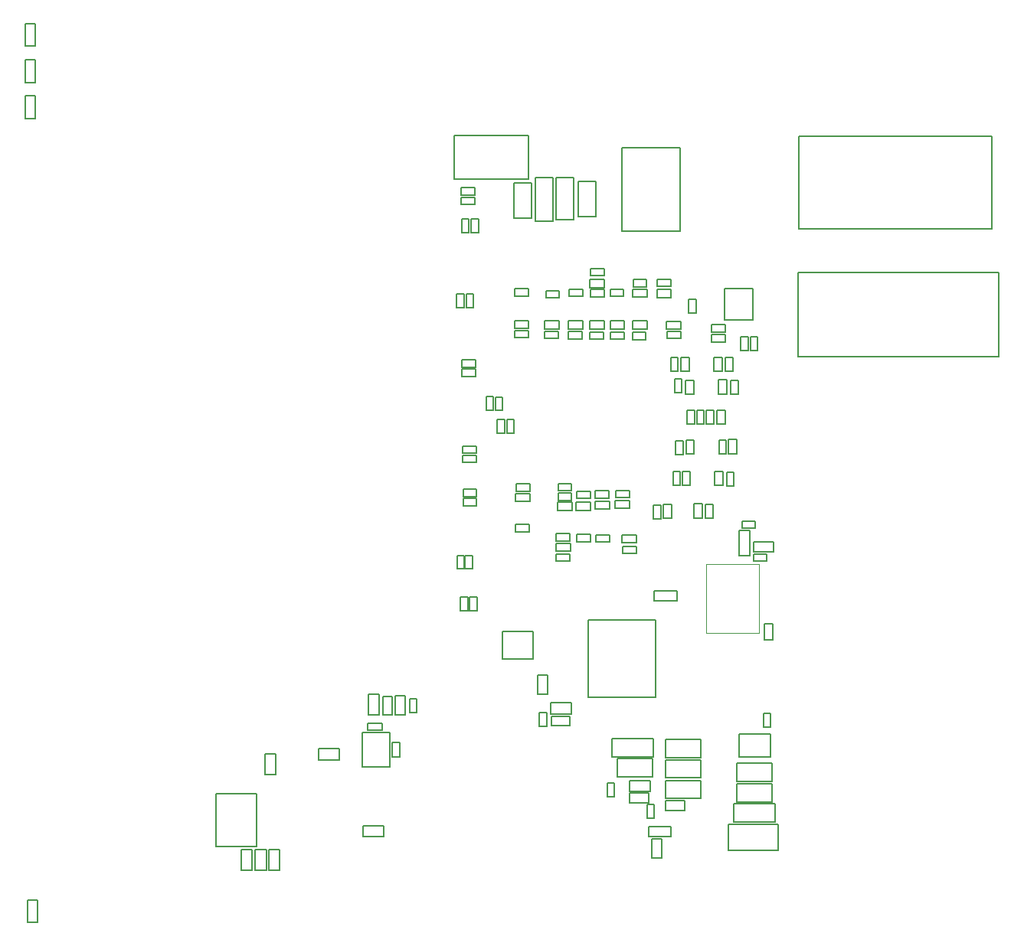
<source format=gbr>
G04*
G04 #@! TF.GenerationSoftware,Altium Limited,Altium Designer,23.7.1 (13)*
G04*
G04 Layer_Color=32768*
%FSLAX25Y25*%
%MOIN*%
G70*
G04*
G04 #@! TF.SameCoordinates,E44608C4-6370-4D0E-AFC6-BBC59DA78F3B*
G04*
G04*
G04 #@! TF.FilePolarity,Positive*
G04*
G01*
G75*
%ADD12C,0.00787*%
%ADD17C,0.00394*%
D12*
X299606Y-256268D02*
Y-249290D01*
X296171Y-256268D02*
X299606D01*
X296171D02*
Y-249290D01*
X299606D01*
X75217Y-346088D02*
Y-323099D01*
X57446Y-346088D02*
X75217D01*
X57446D02*
Y-323099D01*
X75217D01*
X310630Y-96267D02*
X398031D01*
Y-132881D02*
Y-96267D01*
X310630Y-132881D02*
X398031D01*
X310630D02*
Y-96267D01*
X164650Y-174921D02*
Y-171771D01*
Y-174921D02*
X170604D01*
Y-171771D01*
X164650D02*
X170604D01*
X164623Y-179023D02*
Y-175874D01*
Y-179023D02*
X170576D01*
Y-175874D01*
X164623D02*
X170576D01*
X164918Y-193805D02*
Y-190655D01*
Y-193805D02*
X170871D01*
Y-190655D01*
X164918D02*
X170871D01*
X164918Y-197773D02*
Y-194623D01*
Y-197773D02*
X170871D01*
Y-194623D01*
X164918D02*
X170871D01*
X162239Y-225319D02*
X165389D01*
Y-219366D01*
X162239D02*
X165389D01*
X162239Y-225319D02*
Y-219366D01*
X165889Y-225319D02*
X169039D01*
Y-219366D01*
X165889D02*
X169039D01*
X165889Y-225319D02*
Y-219366D01*
X163859Y-243483D02*
X167009D01*
Y-237529D01*
X163859D02*
X167009D01*
X163859Y-243483D02*
Y-237529D01*
X167757Y-243483D02*
X170906D01*
Y-237529D01*
X167757D02*
X170906D01*
X167757Y-243483D02*
Y-237529D01*
X164163Y-62402D02*
Y-59252D01*
Y-62402D02*
X170116D01*
Y-59252D01*
X164163D02*
X170116D01*
X164163Y-66565D02*
Y-63415D01*
Y-66565D02*
X170116D01*
Y-63415D01*
X164163D02*
X170116D01*
X164364Y-78922D02*
X167514D01*
Y-72968D01*
X164364D02*
X167514D01*
X164364Y-78922D02*
Y-72968D01*
X168443Y-78947D02*
X171593D01*
Y-72994D01*
X168443D02*
X171593D01*
X168443Y-78947D02*
Y-72994D01*
X162137Y-111441D02*
X165287D01*
Y-105488D01*
X162137D02*
X165287D01*
X162137Y-111441D02*
Y-105488D01*
X166249Y-111412D02*
X169398D01*
Y-105459D01*
X166249D02*
X169398D01*
X166249Y-111412D02*
Y-105459D01*
X164399Y-137395D02*
Y-134246D01*
Y-137395D02*
X170352D01*
Y-134246D01*
X164399D02*
X170352D01*
X164456Y-141404D02*
Y-138254D01*
Y-141404D02*
X170409D01*
Y-138254D01*
X164456D02*
X170409D01*
X204152Y-74016D02*
Y-54921D01*
X196278Y-74016D02*
X204152D01*
X196278D02*
Y-54921D01*
X204152D01*
X311076Y-77248D02*
Y-36961D01*
X395176D01*
Y-77248D02*
Y-36961D01*
X311076Y-77248D02*
X395176D01*
X289134Y-130272D02*
Y-124071D01*
X285591Y-130272D02*
X289134D01*
X285591D02*
Y-124071D01*
X289134D01*
X293224Y-130148D02*
Y-124195D01*
X290075Y-130148D02*
X293224D01*
X290075D02*
Y-124195D01*
X293224D01*
X252951Y-317402D02*
X268330D01*
Y-325276D02*
Y-317402D01*
X252951Y-325276D02*
X268330D01*
X252951D02*
Y-317402D01*
X253068Y-308415D02*
X268447D01*
Y-316289D02*
Y-308415D01*
X253068Y-316289D02*
X268447D01*
X253068D02*
Y-308415D01*
Y-299599D02*
X268447D01*
Y-307473D02*
Y-299599D01*
X253068Y-307473D02*
X268447D01*
X253068D02*
Y-299599D01*
X237458Y-327228D02*
X245618D01*
X237458D02*
Y-323006D01*
X245618D01*
Y-327228D02*
Y-323006D01*
X237487Y-322276D02*
X246542D01*
X237487D02*
Y-317552D01*
X246542D01*
Y-322276D02*
Y-317552D01*
X248116Y-333952D02*
Y-327999D01*
X244967Y-333952D02*
X248116D01*
X244967D02*
Y-327999D01*
X248116D01*
X219392Y-281275D02*
Y-247417D01*
Y-281275D02*
X248723D01*
Y-247417D01*
X219392D02*
X248723D01*
X161004Y-55512D02*
Y-36614D01*
Y-55512D02*
X193327D01*
Y-36614D01*
X161004D02*
X193327D01*
X205238Y-55020D02*
X213111D01*
X205238Y-73130D02*
Y-55020D01*
Y-73130D02*
X213111D01*
Y-55020D01*
X187008Y-57153D02*
X194882D01*
X187008Y-72532D02*
Y-57153D01*
Y-72532D02*
X194882D01*
Y-57153D01*
X234232Y-41831D02*
X259508D01*
X234232Y-78051D02*
Y-41831D01*
Y-78051D02*
X259508D01*
Y-41831D01*
X214927Y-56385D02*
X222801D01*
X214927Y-71764D02*
Y-56385D01*
Y-71764D02*
X222801D01*
Y-56385D01*
X121356Y-341992D02*
Y-337268D01*
Y-341992D02*
X130436D01*
Y-337268D01*
X121356D02*
X130436D01*
X247379Y-315858D02*
Y-307984D01*
X232000D02*
X247379D01*
X232000Y-315858D02*
Y-307984D01*
Y-315858D02*
X247379D01*
X295622Y-288078D02*
X298772D01*
X295622Y-294032D02*
Y-288078D01*
Y-294032D02*
X298772D01*
Y-288078D01*
X141707Y-281985D02*
X144857D01*
X141707Y-287939D02*
Y-281985D01*
Y-287939D02*
X144857D01*
Y-281985D01*
X135536Y-280587D02*
X139759D01*
X135536Y-288746D02*
Y-280587D01*
Y-288746D02*
X139759D01*
Y-280587D01*
X129951Y-280692D02*
X134173D01*
X129951Y-288851D02*
Y-280692D01*
Y-288851D02*
X134173D01*
Y-280692D01*
X123691Y-279736D02*
X128415D01*
X123691Y-288791D02*
Y-279736D01*
Y-288791D02*
X128415D01*
Y-279736D01*
X257989Y-239088D02*
Y-234757D01*
X248147D02*
X257989D01*
X248147Y-239088D02*
Y-234757D01*
Y-239088D02*
X257989D01*
X198093Y-287771D02*
X201242D01*
X198093Y-293725D02*
Y-287771D01*
Y-293725D02*
X201242D01*
Y-287771D01*
X203374Y-293615D02*
Y-289393D01*
Y-293615D02*
X211533D01*
Y-289393D01*
X203374D02*
X211533D01*
X197556Y-279768D02*
X201779D01*
Y-271609D01*
X197556D02*
X201779D01*
X197556Y-279768D02*
Y-271609D01*
X203090Y-288415D02*
Y-283690D01*
Y-288415D02*
X212145D01*
Y-283690D01*
X203090D02*
X212145D01*
X247798Y-307180D02*
Y-299306D01*
X229688D02*
X247798D01*
X229688Y-307180D02*
Y-299306D01*
Y-307180D02*
X247798D01*
X253194Y-330509D02*
Y-326287D01*
Y-330509D02*
X261353D01*
Y-326287D01*
X253194D02*
X261353D01*
X302015Y-347957D02*
Y-336515D01*
X280336D02*
X302015D01*
X280336Y-347957D02*
Y-336515D01*
Y-347957D02*
X302015D01*
X299554Y-317827D02*
Y-309953D01*
X284175D02*
X299554D01*
X284175Y-317827D02*
Y-309953D01*
Y-317827D02*
X299554D01*
X299510Y-326882D02*
Y-319008D01*
X284132D02*
X299510D01*
X284132Y-326882D02*
Y-319008D01*
Y-326882D02*
X299510D01*
X300876Y-335543D02*
Y-327669D01*
X282766D02*
X300876D01*
X282766Y-335543D02*
Y-327669D01*
Y-335543D02*
X300876D01*
X245722Y-341731D02*
Y-337400D01*
Y-341731D02*
X255564D01*
Y-337400D01*
X245722D02*
X255564D01*
X247230Y-351073D02*
X251452D01*
Y-342913D01*
X247230D02*
X251452D01*
X247230Y-351073D02*
Y-342913D01*
X284975Y-307180D02*
X298754D01*
Y-297338D01*
X284975D02*
X298754D01*
X284975Y-307180D02*
Y-297338D01*
X276388Y-169122D02*
X279538D01*
X276388Y-175076D02*
Y-169122D01*
Y-175076D02*
X279538D01*
Y-169122D01*
X280469Y-168999D02*
X284013D01*
X280469Y-175199D02*
Y-168999D01*
Y-175199D02*
X284013D01*
Y-168999D01*
X257555Y-169457D02*
X260704D01*
X257555Y-175410D02*
Y-169457D01*
Y-175410D02*
X260704D01*
Y-169457D01*
X261992Y-169128D02*
X265535D01*
X261992Y-175328D02*
Y-169128D01*
Y-175328D02*
X265535D01*
Y-169128D01*
X184055Y-160311D02*
X187205D01*
X184055Y-166264D02*
Y-160311D01*
Y-166264D02*
X187205D01*
Y-160311D01*
X179055Y-156344D02*
X182204D01*
Y-150391D01*
X179055D02*
X182204D01*
X179055Y-156344D02*
Y-150391D01*
X174916Y-156205D02*
X178066D01*
Y-150252D01*
X174916D02*
X178066D01*
X174916Y-156205D02*
Y-150252D01*
X179603Y-160103D02*
X183146D01*
X179603Y-166304D02*
Y-160103D01*
Y-166304D02*
X183146D01*
Y-160103D01*
X226016Y-125208D02*
Y-122058D01*
X220063D02*
X226016D01*
X220063Y-125208D02*
Y-122058D01*
Y-125208D02*
X226016D01*
X226277Y-120823D02*
Y-117280D01*
X220076D02*
X226277D01*
X220076Y-120823D02*
Y-117280D01*
Y-120823D02*
X226277D01*
X212201Y-191202D02*
Y-188052D01*
X206248D02*
X212201D01*
X206248Y-191202D02*
Y-188052D01*
Y-191202D02*
X212201D01*
X212223Y-195380D02*
Y-192230D01*
X206270D02*
X212223D01*
X206270Y-195380D02*
Y-192230D01*
Y-195380D02*
X212223D01*
X212239Y-199716D02*
Y-196173D01*
X206038D02*
X212239D01*
X206038Y-199716D02*
Y-196173D01*
Y-199716D02*
X212239D01*
X226365Y-106805D02*
Y-103655D01*
X220411D02*
X226365D01*
X220411Y-106805D02*
Y-103655D01*
Y-106805D02*
X226365D01*
X226262Y-97529D02*
Y-94379D01*
X220309D02*
X226262D01*
X220309Y-97529D02*
Y-94379D01*
Y-97529D02*
X226262D01*
X226386Y-102791D02*
Y-99247D01*
X220185D02*
X226386D01*
X220185Y-102791D02*
Y-99247D01*
Y-102791D02*
X226386D01*
X211496Y-221984D02*
Y-218835D01*
X205543D02*
X211496D01*
X205543Y-221984D02*
Y-218835D01*
Y-221984D02*
X211496D01*
X211769Y-217629D02*
Y-214085D01*
X205568D02*
X211769D01*
X205568Y-217629D02*
Y-214085D01*
Y-217629D02*
X211769D01*
X211496Y-213103D02*
Y-209954D01*
X205543D02*
X211496D01*
X205543Y-213103D02*
Y-209954D01*
Y-213103D02*
X211496D01*
X279634Y-183107D02*
X282784D01*
X279634Y-189061D02*
Y-183107D01*
Y-189061D02*
X282784D01*
Y-183107D01*
X274566Y-182736D02*
X278109D01*
X274566Y-188937D02*
Y-182736D01*
Y-188937D02*
X278109D01*
Y-182736D01*
X220287Y-194672D02*
Y-191523D01*
X214334D02*
X220287D01*
X214334Y-194672D02*
Y-191523D01*
Y-194672D02*
X220287D01*
X220283Y-199716D02*
Y-196173D01*
X214082D02*
X220283D01*
X214082Y-199716D02*
Y-196173D01*
Y-199716D02*
X220283D01*
X256292Y-182860D02*
X259441D01*
X256292Y-188813D02*
Y-182860D01*
Y-188813D02*
X259441D01*
Y-182860D01*
X260354Y-182736D02*
X263897D01*
X260354Y-188937D02*
Y-182736D01*
Y-188937D02*
X263897D01*
Y-182736D01*
X220338Y-213497D02*
Y-210348D01*
X214385D02*
X220338D01*
X214385Y-213497D02*
Y-210348D01*
Y-213497D02*
X220338D01*
X262528Y-156289D02*
X265678D01*
X262528Y-162242D02*
Y-156289D01*
Y-162242D02*
X265678D01*
Y-156289D01*
X266653Y-156345D02*
X269803D01*
X266653Y-162299D02*
Y-156345D01*
Y-162299D02*
X269803D01*
Y-156345D01*
X270801Y-156245D02*
X273951D01*
X270801Y-162198D02*
Y-156245D01*
Y-162198D02*
X273951D01*
Y-156245D01*
X275550Y-156121D02*
X279093D01*
X275550Y-162322D02*
Y-156121D01*
Y-162322D02*
X279093D01*
Y-156121D01*
X210713Y-125090D02*
Y-121940D01*
Y-125090D02*
X216667D01*
Y-121940D01*
X210713D02*
X216667D01*
X210711Y-120823D02*
Y-117280D01*
Y-120823D02*
X216912D01*
Y-117280D01*
X210711D02*
X216912D01*
X211113Y-106652D02*
Y-103502D01*
Y-106652D02*
X217067D01*
Y-103502D01*
X211113D02*
X217067D01*
X229093Y-125208D02*
Y-122058D01*
Y-125208D02*
X235046D01*
Y-122058D01*
X229093D02*
X235046D01*
X228969Y-120867D02*
Y-117324D01*
Y-120867D02*
X235170D01*
Y-117324D01*
X228969D02*
X235170D01*
X228944Y-106608D02*
Y-103459D01*
Y-106608D02*
X234897D01*
Y-103459D01*
X228944D02*
X234897D01*
X270538Y-197183D02*
X273687D01*
X270538Y-203136D02*
Y-197183D01*
Y-203136D02*
X273687D01*
Y-197183D01*
X265517Y-196888D02*
X269060D01*
X265517Y-203089D02*
Y-196888D01*
Y-203089D02*
X269060D01*
Y-196888D01*
X247899Y-197435D02*
X251048D01*
X247899Y-203389D02*
Y-197435D01*
Y-203389D02*
X251048D01*
Y-197435D01*
X252088Y-197141D02*
X255631D01*
X252088Y-203342D02*
Y-197141D01*
Y-203342D02*
X255631D01*
Y-197141D01*
X244858Y-102423D02*
Y-99273D01*
X238905D02*
X244858D01*
X238905Y-102423D02*
Y-99273D01*
Y-102423D02*
X244858D01*
X244982Y-107002D02*
Y-103458D01*
X238781D02*
X244982D01*
X238781Y-107002D02*
Y-103458D01*
Y-107002D02*
X244982D01*
X244563Y-125488D02*
Y-122338D01*
X238609D02*
X244563D01*
X238609Y-125488D02*
Y-122338D01*
Y-125488D02*
X244563D01*
X244982Y-120867D02*
Y-117324D01*
X238781D02*
X244982D01*
X238781Y-120867D02*
Y-117324D01*
Y-120867D02*
X244982D01*
X228472Y-194368D02*
Y-191218D01*
X222519D02*
X228472D01*
X222519Y-194368D02*
Y-191218D01*
Y-194368D02*
X228472D01*
X228622Y-199298D02*
Y-195755D01*
X222421D02*
X228622D01*
X222421Y-199298D02*
Y-195755D01*
Y-199298D02*
X228622D01*
X228710Y-213541D02*
Y-210391D01*
X222757D02*
X228710D01*
X222757Y-213541D02*
Y-210391D01*
Y-213541D02*
X228710D01*
X193972Y-191363D02*
Y-188214D01*
X188018D02*
X193972D01*
X188018Y-191363D02*
Y-188214D01*
Y-191363D02*
X193972D01*
X194045Y-195991D02*
Y-192447D01*
X187845D02*
X194045D01*
X187845Y-195991D02*
Y-192447D01*
Y-195991D02*
X194045D01*
X193752Y-209136D02*
Y-205987D01*
X187799D02*
X193752D01*
X187799Y-209136D02*
Y-205987D01*
Y-209136D02*
X193752D01*
X234327Y-218670D02*
Y-215520D01*
Y-218670D02*
X240281D01*
Y-215520D01*
X234327D02*
X240281D01*
X234204Y-214012D02*
Y-210468D01*
Y-214012D02*
X240404D01*
Y-210468D01*
X234204D02*
X240404D01*
X237304Y-194179D02*
Y-191029D01*
X231351D02*
X237304D01*
X231351Y-194179D02*
Y-191029D01*
Y-194179D02*
X237304D01*
Y-198979D02*
Y-195436D01*
X231103D02*
X237304D01*
X231103Y-198979D02*
Y-195436D01*
Y-198979D02*
X237304D01*
X255397Y-102304D02*
Y-99155D01*
X249444D02*
X255397D01*
X249444Y-102304D02*
Y-99155D01*
Y-102304D02*
X255397D01*
X255545Y-107053D02*
Y-103509D01*
X249344D02*
X255545D01*
X249344Y-107053D02*
Y-103509D01*
Y-107053D02*
X255545D01*
X253648Y-125005D02*
Y-121855D01*
Y-125005D02*
X259601D01*
Y-121855D01*
X253648D02*
X259601D01*
X253445Y-120962D02*
Y-117418D01*
Y-120962D02*
X259646D01*
Y-117418D01*
X253445D02*
X259646D01*
X206520Y-124892D02*
Y-121742D01*
X200566D02*
X206520D01*
X200566Y-124892D02*
Y-121742D01*
Y-124892D02*
X206520D01*
X206696Y-120780D02*
Y-117236D01*
X200495D02*
X206696D01*
X200495Y-120780D02*
Y-117236D01*
Y-120780D02*
X206696D01*
X206895Y-107217D02*
Y-104067D01*
X200942D02*
X206895D01*
X200942Y-107217D02*
Y-104067D01*
Y-107217D02*
X206895D01*
X279111Y-139194D02*
X282261D01*
Y-133240D01*
X279111D02*
X282261D01*
X279111Y-139194D02*
Y-133240D01*
X274143Y-139317D02*
X277686D01*
Y-133117D01*
X274143D02*
X277686D01*
X274143Y-139317D02*
Y-133117D01*
X263214Y-107882D02*
X266363D01*
X263214Y-113835D02*
Y-107882D01*
Y-113835D02*
X266363D01*
Y-107882D01*
X278829Y-116817D02*
X291033D01*
Y-103234D01*
X278829D02*
X291033D01*
X278829Y-116817D02*
Y-103234D01*
X193392Y-124594D02*
Y-121444D01*
X187439D02*
X193392D01*
X187439Y-124594D02*
Y-121444D01*
Y-124594D02*
X193392D01*
X193516Y-120580D02*
Y-117037D01*
X187315D02*
X193516D01*
X187315Y-120580D02*
Y-117037D01*
Y-120580D02*
X193516D01*
X255244Y-139125D02*
X258393D01*
Y-133172D01*
X255244D02*
X258393D01*
X255244Y-139125D02*
Y-133172D01*
X259837Y-139249D02*
X263381D01*
Y-133048D01*
X259837D02*
X263381D01*
X259837Y-139249D02*
Y-133048D01*
X193392Y-106394D02*
Y-103244D01*
X187439D02*
X193392D01*
X187439Y-106394D02*
Y-103244D01*
Y-106394D02*
X193392D01*
X279188Y-122108D02*
Y-118958D01*
X273235D02*
X279188D01*
X273235Y-122108D02*
Y-118958D01*
Y-122108D02*
X279188D01*
X279138Y-126640D02*
Y-123097D01*
X272937D02*
X279138D01*
X272937Y-126640D02*
Y-123097D01*
Y-126640D02*
X279138D01*
X284992Y-219447D02*
X289716D01*
Y-208424D01*
X284992D02*
X289716D01*
X284992Y-219447D02*
Y-208424D01*
X292221Y-207538D02*
Y-204585D01*
X286424D02*
X292221D01*
X286424Y-207538D02*
Y-204585D01*
Y-207538D02*
X292221D01*
X281421Y-149062D02*
X284570D01*
Y-143109D01*
X281421D02*
X284570D01*
X281421Y-149062D02*
Y-143109D01*
X276154Y-149186D02*
X279698D01*
Y-142985D01*
X276154D02*
X279698D01*
X276154Y-149186D02*
Y-142985D01*
X257067Y-148526D02*
X260216D01*
Y-142573D01*
X257067D02*
X260216D01*
X257067Y-148526D02*
Y-142573D01*
X261822Y-149228D02*
X265365D01*
Y-143027D01*
X261822D02*
X265365D01*
X261822Y-149228D02*
Y-143027D01*
X291371Y-217840D02*
Y-213510D01*
Y-217840D02*
X300081D01*
Y-213510D01*
X291371D02*
X300081D01*
X297158Y-221868D02*
Y-218915D01*
X291361D02*
X297158D01*
X291361Y-221868D02*
Y-218915D01*
Y-221868D02*
X297158D01*
X80435Y-347404D02*
X85160D01*
X80435Y-356484D02*
Y-347404D01*
Y-356484D02*
X85160D01*
Y-347404D01*
X74522Y-347404D02*
X79246D01*
X74522Y-356484D02*
Y-347404D01*
Y-356484D02*
X79246D01*
Y-347404D01*
X78652Y-314862D02*
X83376D01*
Y-305782D01*
X78652D02*
X83376D01*
X78652Y-314862D02*
Y-305782D01*
X68470Y-347404D02*
X73194D01*
X68470Y-356484D02*
Y-347404D01*
Y-356484D02*
X73194D01*
Y-347404D01*
X111096Y-308365D02*
Y-303641D01*
X102017D02*
X111096D01*
X102017Y-308365D02*
Y-303641D01*
Y-308365D02*
X111096D01*
X227627Y-324531D02*
X230777D01*
Y-318578D01*
X227627D02*
X230777D01*
X227627Y-324531D02*
Y-318578D01*
X120988Y-296472D02*
X133193D01*
X120988Y-311433D02*
Y-296472D01*
Y-311433D02*
X133193D01*
Y-296472D01*
X134109Y-300847D02*
X137259D01*
X134109Y-307146D02*
Y-300847D01*
Y-307146D02*
X137259D01*
Y-300847D01*
X129629Y-295547D02*
Y-292398D01*
X123329D02*
X129629D01*
X123329Y-295547D02*
Y-292398D01*
Y-295547D02*
X129629D01*
X195438Y-264626D02*
Y-252421D01*
X182168D02*
X195438D01*
X182168Y-264626D02*
Y-252421D01*
Y-264626D02*
X195438D01*
X-25591Y2362D02*
X-21260D01*
Y12205D01*
X-25591D02*
X-21260D01*
X-25591Y2362D02*
Y12205D01*
Y-13386D02*
X-21260D01*
Y-3543D01*
X-25591D02*
X-21260D01*
X-25591Y-13386D02*
Y-3543D01*
X-24633Y-379320D02*
X-20302D01*
Y-369478D01*
X-24633D02*
X-20302D01*
X-24633Y-379320D02*
Y-369478D01*
X-25591Y-29134D02*
X-21260D01*
Y-19291D01*
X-25591D02*
X-21260D01*
X-25591Y-29134D02*
Y-19291D01*
D17*
X270819Y-223242D02*
X293653D01*
Y-253163D02*
Y-223242D01*
X270819Y-253163D02*
X293653D01*
X270819D02*
Y-223242D01*
M02*

</source>
